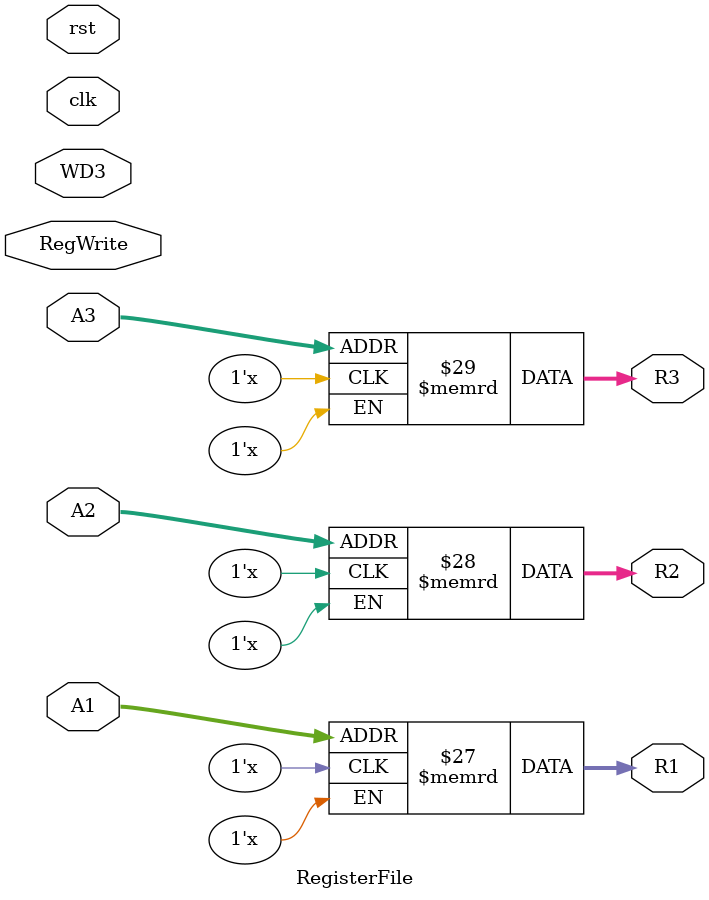
<source format=sv>
module RegisterFile (
	input logic clk,
	input logic rst,
	input logic [3:0] A1,
	input logic [3:0] A2,
	input logic [3:0] A3,
	input logic [31:0] WD3,
	input logic RegWrite,
	output logic [31:0] R1,
	output logic [31:0] R2,
	output logic [31:0] R3
);
	
	logic en0, en1, en2, en3, en4, en5, en6, en7, en8, en9, en10, en11, en12;
	logic [31:0] q [0:12];
	
	assign en0 = (A3 == 4'b0000) & RegWrite;
	assign en1 = (A3 == 4'b0001) & RegWrite;
	assign en2 = (A3 == 4'b0010) & RegWrite;
	assign en3 = (A3 == 4'b0011) & RegWrite;
	assign en4 = (A3 == 4'b0100) & RegWrite;
	assign en5 = (A3 == 4'b0101) & RegWrite;
	assign en6 = (A3 == 4'b0110) & RegWrite;
	assign en7 = (A3 == 4'b0111) & RegWrite;
	assign en8 = (A3 == 4'b1000) & RegWrite;
	assign en9 = (A3 == 4'b1001) & RegWrite;
	assign en10 = (A3 == 4'b1010) & RegWrite;
	assign en11 = (A3 == 4'b1011) & RegWrite;
	assign en12 = (A3 == 4'b1100) & RegWrite;
	
	assign R1 = q[A1];
	assign R2 = q[A2];
	assign R3 = q[A3];
	
	
	GPR r0 (
		.clk(clk),
		.rst(rst),
		.en(en0),
		.D(WD3),
		.Q(q[0])
	);
	
	GPR r1 (
		.clk(clk),
		.rst(rst),
		.en(en1),
		.D(WD3),
		.Q(q[1])
	);
	
	GPR r2 (
		.clk(clk),
		.rst(rst),
		.en(en2),
		.D(WD3),
		.Q(q[2])
	);
	
	GPR r3 (
		.clk(clk),
		.rst(rst),
		.en(en3),
		.D(WD3),
		.Q(q[3])
	);
	
	GPR r4 (
		.clk(clk),
		.rst(rst),
		.en(en4),
		.D(WD3),
		.Q(q[4])
	);
	
	GPR r5 (
		.clk(clk),
		.rst(rst),
		.en(en5),
		.D(WD3),
		.Q(q[5])
	);
	
	GPR r6 (
		.clk(clk),
		.rst(rst),
		.en(en6),
		.D(WD3),
		.Q(q[6])
	);
	
	GPR r7 (
		.clk(clk),
		.rst(rst),
		.en(en7),
		.D(WD3),
		.Q(q[7])
	);
	
	GPR r8 (
		.clk(clk),
		.rst(rst),
		.en(en8),
		.D(WD3),
		.Q(q[8])
	);
	
	GPR r9 (
		.clk(clk),
		.rst(rst),
		.en(en9),
		.D(WD3),
		.Q(q[9])
	);
	
	GPR r10 (
		.clk(clk),
		.rst(rst),
		.en(en10),
		.D(WD3),
		.Q(q[10])
	);
	
	GPR r11 (
		.clk(clk),
		.rst(rst),
		.en(en11),
		.D(WD3),
		.Q(q[11])
	);
	
	GPR r12 (
		.clk(clk),
		.rst(rst),
		.en(en12),
		.D(WD3),
		.Q(q[12])
	);
	
endmodule

</source>
